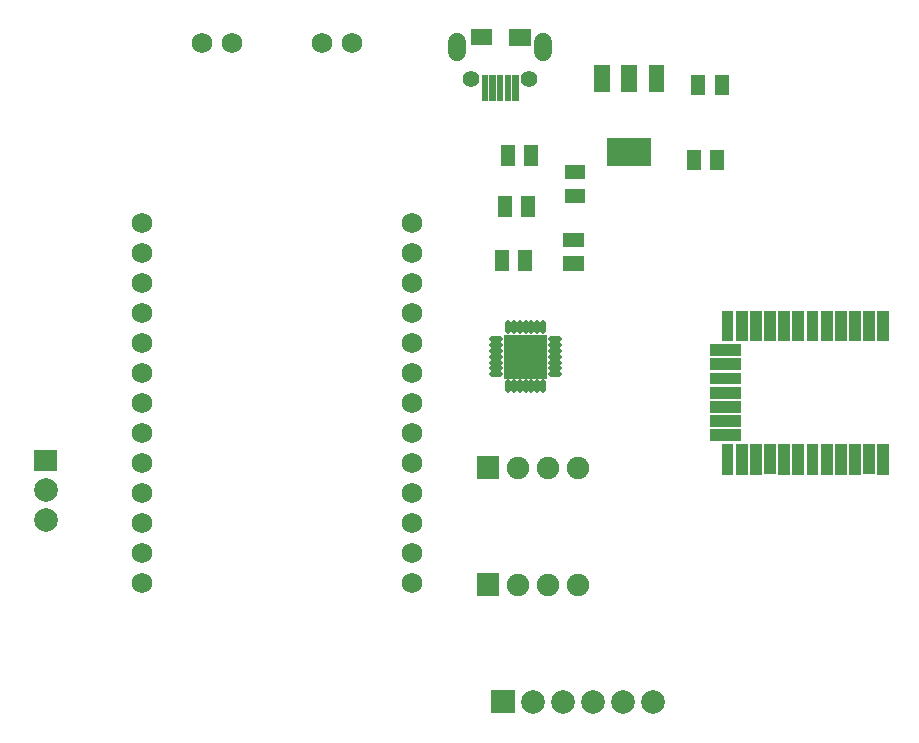
<source format=gts>
G04 Layer: TopSolderMaskLayer*
G04 EasyEDA v6.4.17, 2021-03-16T21:25:48--4:00*
G04 0817081497994772ae9c6ae74964b192,7db2125e4611476bb2993bf99425ef50,10*
G04 Gerber Generator version 0.2*
G04 Scale: 100 percent, Rotated: No, Reflected: No *
G04 Dimensions in inches *
G04 leading zeros omitted , absolute positions ,3 integer and 6 decimal *
%FSLAX36Y36*%
%MOIN*%

%ADD37C,0.0592*%
%ADD38C,0.0190*%
%ADD39C,0.0789*%
%ADD43C,0.0552*%
%ADD44R,0.0395X0.1025*%
%ADD50C,0.0749*%
%ADD51C,0.0680*%

%LPD*%
D37*
X1777500Y-2820407D02*
G01*
X1777500Y-2784974D01*
X2062500Y-2820407D02*
G01*
X2062500Y-2784974D01*
D38*
X2064110Y-3945635D02*
G01*
X2064110Y-3921226D01*
X2044409Y-3945635D02*
G01*
X2044409Y-3921226D01*
X2024709Y-3945635D02*
G01*
X2024709Y-3921226D01*
X2005010Y-3945635D02*
G01*
X2005010Y-3921226D01*
X1985309Y-3945635D02*
G01*
X1985309Y-3921226D01*
X1965609Y-3945635D02*
G01*
X1965609Y-3921226D01*
X1945910Y-3945635D02*
G01*
X1945910Y-3921226D01*
X1918784Y-3894110D02*
G01*
X1894376Y-3894110D01*
X1918784Y-3874409D02*
G01*
X1894376Y-3874409D01*
X1918784Y-3854710D02*
G01*
X1894376Y-3854710D01*
X1918784Y-3835010D02*
G01*
X1894376Y-3835010D01*
X1918784Y-3815309D02*
G01*
X1894376Y-3815309D01*
X1918784Y-3795610D02*
G01*
X1894376Y-3795610D01*
X1918784Y-3775909D02*
G01*
X1894376Y-3775909D01*
X1945910Y-3748784D02*
G01*
X1945910Y-3724376D01*
X1965609Y-3748784D02*
G01*
X1965609Y-3724376D01*
X1985309Y-3748784D02*
G01*
X1985309Y-3724376D01*
X2005010Y-3748784D02*
G01*
X2005010Y-3724376D01*
X2024709Y-3748784D02*
G01*
X2024709Y-3724376D01*
X2044409Y-3748784D02*
G01*
X2044409Y-3724376D01*
X2064110Y-3748784D02*
G01*
X2064110Y-3724376D01*
X2115635Y-3775909D02*
G01*
X2091225Y-3775909D01*
X2115635Y-3795610D02*
G01*
X2091225Y-3795610D01*
X2115635Y-3815309D02*
G01*
X2091225Y-3815309D01*
X2115635Y-3835010D02*
G01*
X2091225Y-3835010D01*
X2115635Y-3854710D02*
G01*
X2091225Y-3854710D01*
X2115635Y-3874409D02*
G01*
X2091225Y-3874409D01*
X2115635Y-3894110D02*
G01*
X2091225Y-3894110D01*
D39*
G01*
X405000Y-4380000D03*
G01*
X405000Y-4280000D03*
G36*
X365599Y-4215000D02*
G01*
X365599Y-4145000D01*
X444400Y-4145000D01*
X444400Y-4215000D01*
G37*
G36*
X1858199Y-2982399D02*
G01*
X1858199Y-2897399D01*
X1880299Y-2897399D01*
X1880299Y-2982399D01*
G37*
G36*
X1883800Y-2982399D02*
G01*
X1883800Y-2897399D01*
X1905799Y-2897399D01*
X1905799Y-2982399D01*
G37*
G36*
X1909399Y-2982399D02*
G01*
X1909399Y-2897399D01*
X1931400Y-2897399D01*
X1931400Y-2982399D01*
G37*
G36*
X1935000Y-2982399D02*
G01*
X1935000Y-2897399D01*
X1956999Y-2897399D01*
X1956999Y-2982399D01*
G37*
G36*
X1960600Y-2982399D02*
G01*
X1960600Y-2897399D01*
X1982600Y-2897399D01*
X1982600Y-2982399D01*
G37*
G36*
X1821700Y-2797700D02*
G01*
X1821700Y-2742500D01*
X1892700Y-2742500D01*
X1892700Y-2797700D01*
G37*
G36*
X1950799Y-2798400D02*
G01*
X1950799Y-2743099D01*
X2021800Y-2743099D01*
X2021800Y-2798400D01*
G37*
D43*
G01*
X2015469Y-2908989D03*
G01*
X1824530Y-2908989D03*
G36*
X3177899Y-3783800D02*
G01*
X3177899Y-3681300D01*
X3217299Y-3681300D01*
X3217299Y-3783800D01*
G37*
G36*
X3130600Y-3783800D02*
G01*
X3130600Y-3681300D01*
X3170100Y-3681300D01*
X3170100Y-3783800D01*
G37*
G36*
X3083400Y-3783800D02*
G01*
X3083400Y-3681300D01*
X3122899Y-3681300D01*
X3122899Y-3783800D01*
G37*
G36*
X3036099Y-3783800D02*
G01*
X3036099Y-3681300D01*
X3075600Y-3681300D01*
X3075600Y-3783800D01*
G37*
G36*
X2988900Y-3783800D02*
G01*
X2988900Y-3681300D01*
X3028400Y-3681300D01*
X3028400Y-3783800D01*
G37*
G36*
X2941599Y-3783800D02*
G01*
X2941599Y-3681300D01*
X2981099Y-3681300D01*
X2981099Y-3783800D01*
G37*
G36*
X2894399Y-3783800D02*
G01*
X2894399Y-3681300D01*
X2933900Y-3681300D01*
X2933900Y-3783800D01*
G37*
G36*
X2847100Y-3783800D02*
G01*
X2847100Y-3681300D01*
X2886599Y-3681300D01*
X2886599Y-3783800D01*
G37*
G36*
X2799899Y-3783800D02*
G01*
X2799899Y-3681300D01*
X2839399Y-3681300D01*
X2839399Y-3783800D01*
G37*
G36*
X2752700Y-3783800D02*
G01*
X2752700Y-3681300D01*
X2792100Y-3681300D01*
X2792100Y-3783800D01*
G37*
G36*
X2705399Y-3783800D02*
G01*
X2705399Y-3681300D01*
X2744899Y-3681300D01*
X2744899Y-3783800D01*
G37*
G36*
X2658199Y-3783800D02*
G01*
X2658199Y-3681300D01*
X2697700Y-3681300D01*
X2697700Y-3783800D01*
G37*
G36*
X2621199Y-3833000D02*
G01*
X2621199Y-3793499D01*
X2723599Y-3793499D01*
X2723599Y-3833000D01*
G37*
G36*
X2621199Y-3880300D02*
G01*
X2621199Y-3840799D01*
X2723599Y-3840799D01*
X2723599Y-3880300D01*
G37*
G36*
X2621199Y-3927500D02*
G01*
X2621199Y-3888000D01*
X2723599Y-3888000D01*
X2723599Y-3927500D01*
G37*
G36*
X2621199Y-3974699D02*
G01*
X2621199Y-3935300D01*
X2723599Y-3935300D01*
X2723599Y-3974699D01*
G37*
G36*
X2621199Y-4021999D02*
G01*
X2621199Y-3982500D01*
X2723599Y-3982500D01*
X2723599Y-4021999D01*
G37*
G36*
X2621199Y-4069200D02*
G01*
X2621199Y-4029699D01*
X2723599Y-4029699D01*
X2723599Y-4069200D01*
G37*
G36*
X2621199Y-4116500D02*
G01*
X2621199Y-4076999D01*
X2723599Y-4076999D01*
X2723599Y-4116500D01*
G37*
G36*
X2658199Y-4228699D02*
G01*
X2658199Y-4126199D01*
X2697700Y-4126199D01*
X2697700Y-4228699D01*
G37*
G36*
X2705399Y-4228699D02*
G01*
X2705399Y-4126199D01*
X2744899Y-4126199D01*
X2744899Y-4228699D01*
G37*
G36*
X2752700Y-4228699D02*
G01*
X2752700Y-4126199D01*
X2792100Y-4126199D01*
X2792100Y-4228699D01*
G37*
D44*
G01*
X2819650Y-4177440D03*
G36*
X2847100Y-4228699D02*
G01*
X2847100Y-4126199D01*
X2886599Y-4126199D01*
X2886599Y-4228699D01*
G37*
G36*
X2894399Y-4228699D02*
G01*
X2894399Y-4126199D01*
X2933900Y-4126199D01*
X2933900Y-4228699D01*
G37*
G36*
X2941599Y-4228699D02*
G01*
X2941599Y-4126199D01*
X2981099Y-4126199D01*
X2981099Y-4228699D01*
G37*
G36*
X2988900Y-4228699D02*
G01*
X2988900Y-4126199D01*
X3028400Y-4126199D01*
X3028400Y-4228699D01*
G37*
G36*
X3036099Y-4228699D02*
G01*
X3036099Y-4126199D01*
X3075600Y-4126199D01*
X3075600Y-4228699D01*
G37*
G36*
X3083400Y-4228699D02*
G01*
X3083400Y-4126199D01*
X3122899Y-4126199D01*
X3122899Y-4228699D01*
G37*
G01*
X3150349Y-4177440D03*
G36*
X3177899Y-4228699D02*
G01*
X3177899Y-4126199D01*
X3217299Y-4126199D01*
X3217299Y-4228699D01*
G37*
G36*
X2556899Y-2964499D02*
G01*
X2556899Y-2895500D01*
X2604300Y-2895500D01*
X2604300Y-2964499D01*
G37*
G36*
X2635699Y-2964499D02*
G01*
X2635699Y-2895500D01*
X2683100Y-2895500D01*
X2683100Y-2964499D01*
G37*
G36*
X2415000Y-2954499D02*
G01*
X2415000Y-2861500D01*
X2466000Y-2861500D01*
X2466000Y-2954499D01*
G37*
G36*
X2323999Y-2954499D02*
G01*
X2323999Y-2861500D01*
X2375000Y-2861500D01*
X2375000Y-2954499D01*
G37*
G36*
X2233999Y-2954499D02*
G01*
X2233999Y-2861500D01*
X2285000Y-2861500D01*
X2285000Y-2954499D01*
G37*
G36*
X2276499Y-3198499D02*
G01*
X2276499Y-3105500D01*
X2422500Y-3105500D01*
X2422500Y-3198499D01*
G37*
G36*
X1842500Y-4242500D02*
G01*
X1842500Y-4167500D01*
X1917500Y-4167500D01*
X1917500Y-4242500D01*
G37*
D50*
G01*
X1980000Y-4205000D03*
G01*
X2080000Y-4205000D03*
G01*
X2180000Y-4205000D03*
G36*
X1842500Y-4632500D02*
G01*
X1842500Y-4557500D01*
X1917500Y-4557500D01*
X1917500Y-4632500D01*
G37*
G01*
X1980000Y-4595000D03*
G01*
X2080000Y-4595000D03*
G01*
X2180000Y-4595000D03*
D51*
G01*
X1625000Y-3390000D03*
G01*
X1625000Y-3490000D03*
G01*
X1625000Y-3590000D03*
G01*
X1625000Y-3690000D03*
G01*
X1625000Y-3790000D03*
G01*
X1625000Y-3890000D03*
G01*
X1625000Y-3990000D03*
G01*
X1625000Y-4090000D03*
G01*
X1625000Y-4190000D03*
G01*
X1625000Y-4290000D03*
G01*
X1625000Y-4390000D03*
G01*
X1625000Y-4490000D03*
G01*
X1625000Y-4590000D03*
G01*
X725000Y-3390000D03*
G01*
X725000Y-3490000D03*
G01*
X725000Y-3590000D03*
G01*
X725000Y-3690000D03*
G01*
X725000Y-3790000D03*
G01*
X725000Y-3890000D03*
G01*
X725000Y-3990000D03*
G01*
X725000Y-4090000D03*
G01*
X725000Y-4190000D03*
G01*
X725000Y-4290000D03*
G01*
X725000Y-4390000D03*
G01*
X725000Y-4490000D03*
G01*
X725000Y-4590000D03*
G01*
X1425000Y-2790000D03*
G01*
X1325000Y-2790000D03*
G01*
X1025000Y-2790000D03*
G01*
X925000Y-2790000D03*
G36*
X1932100Y-3907899D02*
G01*
X1932100Y-3762100D01*
X2077899Y-3762100D01*
X2077899Y-3907899D01*
G37*
G36*
X2130500Y-3469299D02*
G01*
X2130500Y-3421900D01*
X2199499Y-3421900D01*
X2199499Y-3469299D01*
G37*
G36*
X2130500Y-3548099D02*
G01*
X2130500Y-3500700D01*
X2199499Y-3500700D01*
X2199499Y-3548099D01*
G37*
G36*
X1911899Y-3369499D02*
G01*
X1911899Y-3300500D01*
X1959300Y-3300500D01*
X1959300Y-3369499D01*
G37*
G36*
X1990699Y-3369499D02*
G01*
X1990699Y-3300500D01*
X2038100Y-3300500D01*
X2038100Y-3369499D01*
G37*
G36*
X1921899Y-3199499D02*
G01*
X1921899Y-3130500D01*
X1969300Y-3130500D01*
X1969300Y-3199499D01*
G37*
G36*
X2000699Y-3199499D02*
G01*
X2000699Y-3130500D01*
X2048100Y-3130500D01*
X2048100Y-3199499D01*
G37*
G36*
X2135500Y-3244299D02*
G01*
X2135500Y-3196900D01*
X2204499Y-3196900D01*
X2204499Y-3244299D01*
G37*
G36*
X2135500Y-3323099D02*
G01*
X2135500Y-3275700D01*
X2204499Y-3275700D01*
X2204499Y-3323099D01*
G37*
G36*
X2541899Y-3214499D02*
G01*
X2541899Y-3145500D01*
X2589300Y-3145500D01*
X2589300Y-3214499D01*
G37*
G36*
X2620699Y-3214499D02*
G01*
X2620699Y-3145500D01*
X2668100Y-3145500D01*
X2668100Y-3214499D01*
G37*
G36*
X1901899Y-3549499D02*
G01*
X1901899Y-3480500D01*
X1949300Y-3480500D01*
X1949300Y-3549499D01*
G37*
G36*
X1980699Y-3549499D02*
G01*
X1980699Y-3480500D01*
X2028100Y-3480500D01*
X2028100Y-3549499D01*
G37*
D39*
G01*
X2430000Y-4985000D03*
G01*
X2330000Y-4985000D03*
G01*
X2230000Y-4985000D03*
G01*
X2130000Y-4985000D03*
G01*
X2030000Y-4985000D03*
G36*
X1890600Y-5024400D02*
G01*
X1890600Y-4945599D01*
X1969399Y-4945599D01*
X1969399Y-5024400D01*
G37*
M02*

</source>
